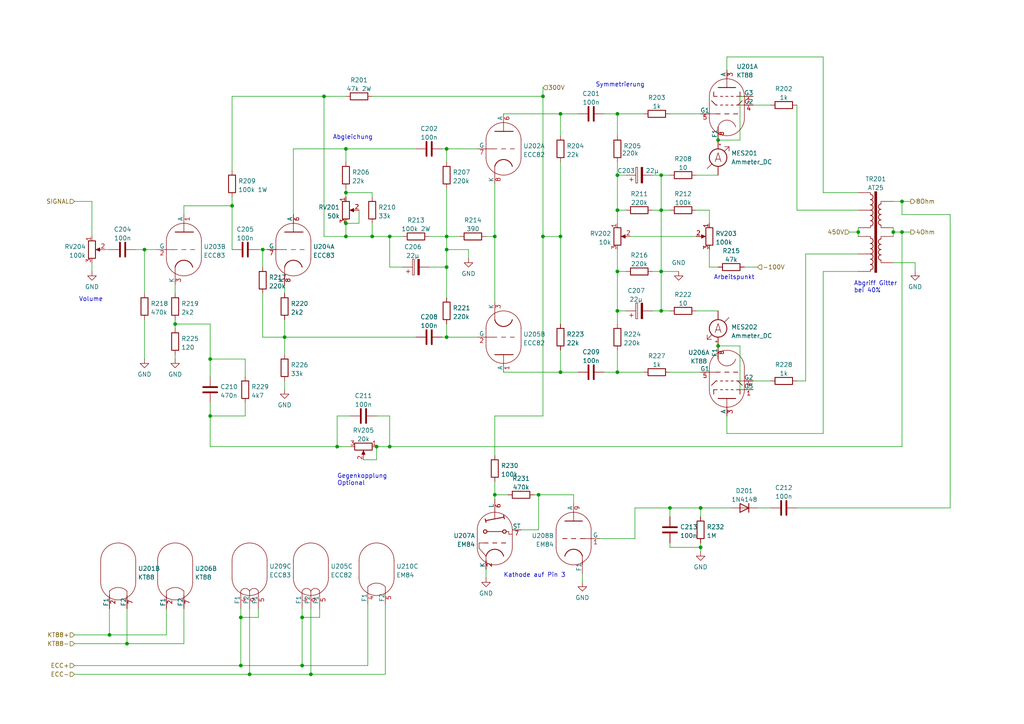
<source format=kicad_sch>
(kicad_sch (version 20230121) (generator eeschema)
  (paper "A4")
  (lib_symbols
    (symbol "Device:Ammeter_DC" (pin_numbers hide) (pin_names (offset 0.0254) hide)
      (property "Reference" "MES" (at -3.302 1.016 0))
      (property "Value" "Ammeter_DC" (at -3.302 -0.762 0))
      (symbol "Ammeter_DC_0_0"
        (polyline (pts (xy -3.175 -3.175) (xy -1.905 -1.905)))
        (polyline (pts (xy 1.905 1.905) (xy 3.175 3.175)))
        (polyline (pts (xy 1.905 3.175) (xy 3.175 3.175) (xy 3.175 1.905)))
        (text "A" (at 0 0 0) (effects (font (size 2.54 2.54))))
      )
      (symbol "Ammeter_DC_0_1"
        (polyline (pts (xy 0.254 3.81) (xy 0.762 3.81)))
        (polyline (pts (xy 0.508 4.064) (xy 0.508 3.556)))
        (circle (center 0 0) (radius 2.54) (stroke (width 0.254)))
      )
      (symbol "Ammeter_DC_1_1"
        (pin passive line (at 0 -5.08 90) (length 2.54) (name "-") (number "1"))
        (pin passive line (at 0 5.08 270) (length 2.54) (name "+") (number "2"))
      )
    )
    (symbol "Device:C" (pin_numbers hide) (pin_names (offset 0.254))
      (property "Reference" "C" (at 0.635 2.54 0))
      (property "Value" "C" (at 0.635 -2.54 0))
      (symbol "C_0_1"
        (polyline (pts (xy -2.032 -0.762) (xy 2.032 -0.762)) (stroke (width 0.508)))
        (polyline (pts (xy -2.032 0.762) (xy 2.032 0.762)) (stroke (width 0.508)))
      )
      (symbol "C_1_1"
        (pin passive line (at 0 3.81 270) (length 2.794) (name "~") (number "1"))
        (pin passive line (at 0 -3.81 90) (length 2.794) (name "~") (number "2"))
      )
    )
    (symbol "Device:C_Polarized" (pin_numbers hide) (pin_names (offset 0.254))
      (property "Reference" "C" (at 0.635 2.54 0))
      (property "Value" "C_Polarized" (at 0.635 -2.54 0))
      (symbol "C_Polarized_0_1"
        (rectangle (start -2.286 0.508) (end 2.286 1.016))
        (polyline (pts (xy -1.778 2.286) (xy -0.762 2.286)))
        (polyline (pts (xy -1.27 2.794) (xy -1.27 1.778)))
        (rectangle (start 2.286 -0.508) (end -2.286 -1.016) (fill (type outline)))
      )
      (symbol "C_Polarized_1_1"
        (pin passive line (at 0 3.81 270) (length 2.794) (name "~") (number "1"))
        (pin passive line (at 0 -3.81 90) (length 2.794) (name "~") (number "2"))
      )
    )
    (symbol "Device:D" (pin_numbers hide) (pin_names (offset 1.016) hide)
      (property "Reference" "D" (at 0 2.54 0))
      (property "Value" "D" (at 0 -2.54 0))
      (symbol "D_0_1"
        (polyline (pts (xy -1.27 1.27) (xy -1.27 -1.27)) (stroke (width 0.254)))
        (polyline (pts (xy 1.27 0) (xy -1.27 0)))
        (polyline (pts (xy 1.27 1.27) (xy 1.27 -1.27) (xy -1.27 0) (xy 1.27 1.27)) (stroke (width 0.254)))
      )
      (symbol "D_1_1"
        (pin passive line (at -3.81 0 0) (length 2.54) (name "K") (number "1"))
        (pin passive line (at 3.81 0 180) (length 2.54) (name "A") (number "2"))
      )
    )
    (symbol "Device:R" (pin_numbers hide) (pin_names (offset 0))
      (property "Reference" "R" (at 2.032 0 90))
      (property "Value" "R" (at 0 0 90))
      (symbol "R_0_1"
        (rectangle (start -1.016 -2.54) (end 1.016 2.54) (stroke (width 0.254)))
      )
      (symbol "R_1_1"
        (pin passive line (at 0 3.81 270) (length 1.27) (name "~") (number "1"))
        (pin passive line (at 0 -3.81 90) (length 1.27) (name "~") (number "2"))
      )
    )
    (symbol "Device:R_Potentiometer" (pin_names (offset 1.016) hide)
      (property "Reference" "RV" (at -4.445 0 90))
      (property "Value" "R_Potentiometer" (at -2.54 0 90))
      (symbol "R_Potentiometer_0_1"
        (polyline (pts (xy 2.54 0) (xy 1.524 0)))
        (polyline (pts (xy 1.143 0) (xy 2.286 0.508) (xy 2.286 -0.508) (xy 1.143 0)) (fill (type outline)))
        (rectangle (start 1.016 2.54) (end -1.016 -2.54) (stroke (width 0.254)))
      )
      (symbol "R_Potentiometer_1_1"
        (pin passive line (at 0 3.81 270) (length 1.27) (name "1") (number "1"))
        (pin passive line (at 3.81 0 180) (length 1.27) (name "2") (number "2"))
        (pin passive line (at 0 -3.81 90) (length 1.27) (name "3") (number "3"))
      )
    )
    (symbol "Transformer:TRANSF7" (pin_numbers hide) (pin_names (offset 0))
      (property "Reference" "TR" (at 0 13.97 0))
      (property "Value" "TRANSF7" (at 0 -11.43 0))
      (symbol "TRANSF7_0_1"
        (arc (start -1.524 -9.652) (mid -0.7653 -8.89) (end -1.524 -8.128) (stroke (width 0.2032)))
        (arc (start -1.524 -8.128) (mid -0.7653 -7.366) (end -1.524 -6.604) (stroke (width 0.2032)))
        (arc (start -1.524 -6.604) (mid -0.7653 -5.842) (end -1.524 -5.08) (stroke (width 0.2032)))
        (arc (start -1.524 -5.08) (mid -0.7653 -4.318) (end -1.524 -3.556) (stroke (width 0.2032)))
        (arc (start -1.524 -3.556) (mid -0.7653 -2.794) (end -1.524 -2.032) (stroke (width 0.2032)))
        (arc (start -1.524 -2.032) (mid -0.7653 -1.27) (end -1.524 -0.508) (stroke (width 0.2032)))
        (arc (start -1.524 3.048) (mid -0.7653 3.81) (end -1.524 4.572) (stroke (width 0.2032)))
        (arc (start -1.524 4.572) (mid -0.7653 5.334) (end -1.524 6.096) (stroke (width 0.2032)))
        (arc (start -1.524 6.096) (mid -0.7653 6.858) (end -1.524 7.62) (stroke (width 0.2032)))
        (arc (start -1.524 7.62) (mid -0.7653 8.382) (end -1.524 9.144) (stroke (width 0.2032)))
        (arc (start -1.524 9.144) (mid -0.7653 9.906) (end -1.524 10.668) (stroke (width 0.2032)))
        (arc (start -1.524 10.668) (mid -0.7653 11.43) (end -1.524 12.192) (stroke (width 0.2032)))
        (rectangle (start -0.254 12.954) (end 0.254 -10.414) (stroke (width 0.254)) (fill (type outline)))
        (polyline (pts (xy -1.524 -5.08) (xy -2.54 -5.08) (xy -2.54 -5.08)) (fill (type outline)))
        (polyline (pts (xy -1.524 7.62) (xy -2.54 7.62) (xy -2.54 7.62)) (fill (type outline)))
        (polyline (pts (xy -1.524 -9.652) (xy -1.524 -10.16) (xy -2.54 -10.16) (xy -2.54 -10.16)))
        (polyline (pts (xy -1.524 -0.508) (xy -1.524 0) (xy -2.54 0) (xy -2.54 0)))
        (polyline (pts (xy -1.524 3.048) (xy -1.524 2.54) (xy -2.54 2.54) (xy -2.54 2.54)))
        (polyline (pts (xy -1.524 12.192) (xy -1.524 12.7) (xy -2.54 12.7) (xy -2.54 12.7)))
        (polyline (pts (xy 1.524 -0.762) (xy 1.524 0) (xy 2.54 0) (xy 2.54 0)))
        (polyline (pts (xy 1.524 9.398) (xy 1.524 10.16) (xy 2.54 10.16) (xy 2.54 10.16)))
        (polyline (pts (xy 1.524 -6.858) (xy 1.524 -7.62) (xy 2.54 -7.62) (xy 2.54 -7.62) (xy 2.54 -7.62) (xy 2.54 -7.62)))
        (polyline (pts (xy 1.524 3.302) (xy 1.524 2.54) (xy 2.54 2.54) (xy 2.54 2.54) (xy 2.54 2.54) (xy 2.54 2.54)))
        (arc (start 1.524 -5.334) (mid 0.7653 -6.096) (end 1.524 -6.858) (stroke (width 0.2032)))
        (arc (start 1.524 -3.81) (mid 0.7653 -4.572) (end 1.524 -5.334) (stroke (width 0.2032)))
        (arc (start 1.524 -2.286) (mid 0.7653 -3.048) (end 1.524 -3.81) (stroke (width 0.2032)))
        (arc (start 1.524 -0.762) (mid 0.7653 -1.524) (end 1.524 -2.286) (stroke (width 0.2032)))
        (arc (start 1.524 4.826) (mid 0.7653 4.064) (end 1.524 3.302) (stroke (width 0.2032)))
        (arc (start 1.524 6.35) (mid 0.7653 5.588) (end 1.524 4.826) (stroke (width 0.2032)))
        (arc (start 1.524 7.874) (mid 0.7653 7.112) (end 1.524 6.35) (stroke (width 0.2032)))
        (arc (start 1.524 9.398) (mid 0.7653 8.636) (end 1.524 7.874) (stroke (width 0.2032)))
      )
      (symbol "TRANSF7_1_1"
        (pin passive line (at 5.08 10.16 180) (length 2.54) (name "~") (number "1"))
        (pin passive line (at -5.08 12.7 0) (length 2.54) (name "~") (number "10"))
        (pin passive line (at 5.08 2.54 180) (length 2.54) (name "~") (number "2"))
        (pin passive line (at 5.08 0 180) (length 2.54) (name "~") (number "3"))
        (pin passive line (at 5.08 -7.62 180) (length 2.54) (name "~") (number "4"))
        (pin passive line (at -5.08 -10.16 0) (length 2.54) (name "~") (number "5"))
        (pin passive line (at -5.08 -5.08 0) (length 2.54) (name "~") (number "6"))
        (pin passive line (at -5.08 0 0) (length 2.54) (name "~") (number "7"))
        (pin passive line (at -5.08 2.54 0) (length 2.54) (name "~") (number "8"))
        (pin passive line (at -5.08 7.62 0) (length 2.54) (name "~") (number "9"))
      )
    )
    (symbol "Valve:ECC83" (pin_names (offset 0))
      (property "Reference" "U" (at 3.302 7.874 0))
      (property "Value" "ECC83" (at 8.89 -7.62 0))
      (symbol "ECC83_0_1"
        (arc (start -5.08 -2.54) (mid 0 -7.5979) (end 5.08 -2.54))
        (polyline (pts (xy 5.08 2.54) (xy 5.08 -2.54)))
        (polyline (pts (xy -5.08 2.54) (xy -5.08 -2.54) (xy -5.08 -2.54)))
        (arc (start 5.08 2.54) (mid 0 7.5979) (end -5.08 2.54))
      )
      (symbol "ECC83_1_0"
        (polyline (pts (xy -2.54 -5.08) (xy -2.54 -7.62)))
        (polyline (pts (xy 0 5.08) (xy 0 7.62)))
      )
      (symbol "ECC83_1_1"
        (polyline (pts (xy -5.08 0) (xy -3.175 0)))
        (polyline (pts (xy -1.905 0) (xy -3.175 0)) (stroke (width 0.1524)))
        (polyline (pts (xy -0.635 0) (xy 0.635 0)) (stroke (width 0.1524)))
        (polyline (pts (xy 1.905 0) (xy 3.175 0)) (stroke (width 0.1524)))
        (polyline (pts (xy -2.54 5.08) (xy 2.794 5.08) (xy 2.794 5.08)) (stroke (width 0.254)))
        (arc (start 2.54 -5.08) (mid 0 -3.0968) (end -2.54 -5.08) (stroke (width 0.254)))
        (pin output line (at 0 10.16 270) (length 2.54) (name "A") (number "6"))
        (pin input line (at -7.62 0 0) (length 2.54) (name "G") (number "7"))
        (pin bidirectional line (at -2.54 -10.16 90) (length 2.54) (name "K") (number "8"))
      )
      (symbol "ECC83_2_0"
        (polyline (pts (xy -2.54 -5.08) (xy -2.54 -7.62)))
        (polyline (pts (xy 0 5.08) (xy 0 7.62)))
      )
      (symbol "ECC83_2_1"
        (polyline (pts (xy -5.08 0) (xy -3.175 0)))
        (polyline (pts (xy -1.905 0) (xy -3.175 0)) (stroke (width 0.1524)))
        (polyline (pts (xy -0.635 0) (xy 0.635 0)) (stroke (width 0.1524)))
        (polyline (pts (xy 1.905 0) (xy 3.175 0)) (stroke (width 0.1524)))
        (polyline (pts (xy -2.54 5.08) (xy 2.794 5.08) (xy 2.794 5.08)) (stroke (width 0.254)))
        (arc (start 2.54 -5.08) (mid 0 -3.0968) (end -2.54 -5.08) (stroke (width 0.254)))
        (pin output line (at 0 10.16 270) (length 2.54) (name "A") (number "1"))
        (pin input line (at -7.62 0 0) (length 2.54) (name "G") (number "2"))
        (pin bidirectional line (at -2.54 -10.16 90) (length 2.54) (name "K") (number "3"))
      )
      (symbol "ECC83_3_1"
        (arc (start 0 -6.35) (mid -1.27 -5.5651) (end -2.54 -6.35))
        (arc (start 2.54 -6.35) (mid 1.27 -5.5651) (end 0 -6.35))
        (pin power_in line (at -2.54 -11.43 90) (length 5.08) (name "F1") (number "4"))
        (pin power_in line (at 2.54 -11.43 90) (length 5.08) (name "F1") (number "5"))
        (pin power_in line (at 0 -11.43 90) (length 5.08) (name "F2") (number "9"))
      )
    )
    (symbol "Valve:EL34" (pin_names (offset 0))
      (property "Reference" "U" (at 5.08 8.89 0))
      (property "Value" "EL34" (at 6.35 -7.62 0))
      (symbol "EL34_0_1"
        (arc (start -5.08 -2.54) (mid 0 -7.5979) (end 5.08 -2.54))
        (polyline (pts (xy -5.08 3.81) (xy -5.08 -2.54) (xy -5.08 -2.54)))
        (polyline (pts (xy 5.08 3.81) (xy 5.08 -2.54) (xy 5.08 -2.54)))
        (arc (start 5.08 3.81) (mid 0 8.8679) (end -5.08 3.81))
      )
      (symbol "EL34_1_0"
        (polyline (pts (xy -2.54 -5.08) (xy -2.54 -7.62)))
      )
      (symbol "EL34_1_1"
        (polyline (pts (xy -5.08 -1.27) (xy -3.175 -1.27)))
        (polyline (pts (xy -4.445 2.54) (xy -3.175 1.27)) (stroke (width 0.2032)))
        (polyline (pts (xy -3.81 3.81) (xy -2.794 3.81)) (stroke (width 0.2032)))
        (polyline (pts (xy -3.81 5.08) (xy -3.81 3.81)) (stroke (width 0.2032)))
        (polyline (pts (xy -3.175 1.27) (xy -2.794 1.27)) (stroke (width 0.2032)))
        (polyline (pts (xy -1.905 -1.27) (xy -3.175 -1.27)) (stroke (width 0.2032)))
        (polyline (pts (xy -1.8542 1.27) (xy -1.2192 1.27)) (stroke (width 0.2032)))
        (polyline (pts (xy -1.8542 3.81) (xy -1.2192 3.81)) (stroke (width 0.2032)))
        (polyline (pts (xy -0.635 -1.27) (xy 0.635 -1.27)) (stroke (width 0.2032)))
        (polyline (pts (xy -0.3302 1.27) (xy 0.3302 1.27)) (stroke (width 0.2032)))
        (polyline (pts (xy -0.3302 3.81) (xy 0.3302 3.81)) (stroke (width 0.2032)))
        (polyline (pts (xy 0 6.35) (xy 0 8.89)))
        (polyline (pts (xy 1.2192 1.27) (xy 1.8542 1.27)) (stroke (width 0.2032)))
        (polyline (pts (xy 1.2192 3.81) (xy 1.8542 3.81)) (stroke (width 0.2032)))
        (polyline (pts (xy 1.905 -1.27) (xy 3.175 -1.27)) (stroke (width 0.2032)))
        (polyline (pts (xy 2.794 1.27) (xy 3.175 1.27)) (stroke (width 0.2032)))
        (polyline (pts (xy 3.175 1.27) (xy 5.08 1.27)))
        (polyline (pts (xy 3.81 3.81) (xy 2.794 3.81)) (stroke (width 0.2032)))
        (polyline (pts (xy 3.81 5.08) (xy 3.81 3.81)) (stroke (width 0.2032)))
        (polyline (pts (xy 3.8862 3.81) (xy 5.08 3.81)))
        (polyline (pts (xy 4.445 2.54) (xy 3.175 1.27)) (stroke (width 0.2032)))
        (polyline (pts (xy -2.54 6.35) (xy 2.54 6.35) (xy 2.54 6.35) (xy 2.54 6.35)) (stroke (width 0.254)))
        (arc (start 2.54 -5.08) (mid 0 -3.0968) (end -2.54 -5.08))
        (pin input line (at 7.62 3.81 180) (length 2.54) (name "G3") (number "1"))
        (pin output line (at 0 11.43 270) (length 2.54) (name "A") (number "3"))
        (pin input line (at 7.62 1.27 180) (length 2.54) (name "G2") (number "4"))
        (pin input line (at -7.62 -1.27 0) (length 2.54) (name "G1") (number "5"))
        (pin power_in line (at -2.54 -8.89 90) (length 3.81) (name "F1") (number "8"))
      )
      (symbol "EL34_2_1"
        (polyline (pts (xy -2.54 -6.35) (xy -2.54 -5.08) (xy -2.54 -5.08)))
        (polyline (pts (xy 2.54 -6.35) (xy 2.54 -5.08) (xy 2.54 -5.08)))
        (arc (start 2.54 -5.08) (mid 0 -4.0279) (end -2.54 -5.08))
        (pin power_in line (at -2.54 -10.16 90) (length 3.81) (name "F1") (number "2"))
        (pin power_in line (at 2.54 -10.16 90) (length 3.81) (name "F2") (number "7"))
      )
    )
    (symbol "Valve:EM84" (pin_names (offset 0))
      (property "Reference" "U" (at 3.81 7.62 0))
      (property "Value" "EM84" (at 6.35 -7.62 0))
      (symbol "EM84_0_1"
        (arc (start -5.08 -2.54) (mid 0 -7.5979) (end 5.08 -2.54))
        (polyline (pts (xy 5.08 2.54) (xy 5.08 -2.54)))
        (polyline (pts (xy -5.08 2.54) (xy -5.08 -2.54) (xy -5.08 -2.54)))
        (arc (start 5.08 2.54) (mid 0 7.5979) (end -5.08 2.54))
      )
      (symbol "EM84_1_0"
        (polyline (pts (xy -2.54 -5.08) (xy -2.54 -7.62)))
      )
      (symbol "EM84_1_1"
        (circle (center -2.794 2.032) (radius 0.508) (stroke (width 0.254)))
        (polyline (pts (xy -4.572 -2.794) (xy -2.54 -5.08)))
        (polyline (pts (xy -4.572 -1.27) (xy -4.572 -2.794)))
        (polyline (pts (xy -3.302 -1.27) (xy -4.572 -1.27)))
        (polyline (pts (xy -2.794 5.715) (xy -2.54 4.699)) (stroke (width 0.254)))
        (polyline (pts (xy -2.286 2.032) (xy 2.286 2.032)) (stroke (width 0.2032)))
        (polyline (pts (xy -1.905 -1.27) (xy -3.175 -1.27)) (stroke (width 0.2032)))
        (polyline (pts (xy -0.635 -1.27) (xy 0.635 -1.27)) (stroke (width 0.2032)))
        (polyline (pts (xy 1.905 -1.27) (xy 3.175 -1.27)) (stroke (width 0.2032)))
        (polyline (pts (xy 2.54 6.731) (xy 2.794 5.715)) (stroke (width 0.254)))
        (polyline (pts (xy 3.302 2.032) (xy 4.064 2.032)))
        (polyline (pts (xy 4.064 1.27) (xy 5.08 1.27)))
        (polyline (pts (xy 4.064 2.032) (xy 4.064 1.27)))
        (polyline (pts (xy -2.667 5.207) (xy 2.667 6.223) (xy 2.667 6.223)) (stroke (width 0.254)))
        (polyline (pts (xy 0 7.62) (xy 0 5.715) (xy 0 5.715)))
        (arc (start 2.54 -5.08) (mid 0 -3.0968) (end -2.54 -5.08) (stroke (width 0.254)))
        (circle (center 2.794 2.032) (radius 0.508) (stroke (width 0.254)))
        (pin bidirectional line (at -2.54 -8.89 90) (length 2.54) (name "K") (number "2"))
        (pin output line (at 0 11.43 270) (length 3.81) (name "L") (number "6"))
        (pin input line (at 7.62 2.54 180) (length 2.54) (name "ST") (number "7"))
      )
      (symbol "EM84_2_0"
        (polyline (pts (xy -2.54 -5.08) (xy -2.54 -7.62)))
        (polyline (pts (xy -0.635 0) (xy 0.635 0)) (stroke (width 0.2032)))
        (polyline (pts (xy 1.905 0) (xy 3.175 0)) (stroke (width 0.2032)))
      )
      (symbol "EM84_2_1"
        (polyline (pts (xy -5.08 0) (xy -3.175 0)))
        (polyline (pts (xy -1.905 0) (xy -3.175 0)) (stroke (width 0.2032)))
        (polyline (pts (xy 0 5.08) (xy 0 7.62)))
        (polyline (pts (xy 1.778 5.08) (xy 1.778 5.08)))
        (polyline (pts (xy -2.54 5.08) (xy 2.54 5.08) (xy 2.54 5.08)) (stroke (width 0.254)))
        (arc (start 2.54 -5.08) (mid 0 -3.0968) (end -2.54 -5.08) (stroke (width 0.254)))
        (pin input line (at -7.62 0 0) (length 2.54) (name "G") (number "1"))
        (pin output line (at 0 10.16 270) (length 2.54) (name "A") (number "9"))
        (pin power_in line (at -2.54 -10.16 90) (length 3.81) (name "F1") (number "~"))
      )
      (symbol "EM84_3_1"
        (polyline (pts (xy -2.54 -5.08) (xy -2.54 -6.35) (xy -2.54 -6.35)))
        (polyline (pts (xy 2.54 -5.08) (xy 2.54 -6.35) (xy 2.54 -6.35)))
        (arc (start 2.54 -5.08) (mid 0 -4.0279) (end -2.54 -5.08))
        (pin power_in line (at -2.54 -10.16 90) (length 3.81) (name "F1") (number "4"))
        (pin power_in line (at 2.54 -10.16 90) (length 3.81) (name "F2") (number "5"))
      )
    )
    (symbol "power:GND" (power) (pin_names (offset 0))
      (property "Value" "GND" (at 0 -3.81 0))
      (symbol "GND_0_1"
        (polyline (pts (xy 0 0) (xy 0 -1.27) (xy 1.27 -1.27) (xy 0 -2.54) (xy -1.27 -1.27) (xy 0 -1.27)))
      )
      (symbol "GND_1_1"
        (pin power_in line (at 0 0 270) (length 0) hide (name "GND") (number "1"))
      )
    )
  )
  (junction (at 191.77 50.8))
  (junction (at 179.07 50.8))
  (junction (at 191.77 90.17))
  (junction (at 157.48 27.94))
  (junction (at 162.56 68.58))
  (junction (at 41.91 72.39))
  (junction (at 261.62 58.42))
  (junction (at 208.28 40.64))
  (junction (at 90.17 195.58))
  (junction (at 179.07 107.95))
  (junction (at 248.92 67.31))
  (junction (at 36.83 186.69))
  (junction (at 259.08 67.31))
  (junction (at 72.39 195.58))
  (junction (at 129.54 68.58))
  (junction (at 129.54 43.18))
  (junction (at 179.07 90.17))
  (junction (at 143.51 68.58))
  (junction (at 157.48 68.58))
  (junction (at 156.21 143.51))
  (junction (at 82.55 97.79))
  (junction (at 129.54 77.47))
  (junction (at 69.85 179.07))
  (junction (at 179.07 78.74))
  (junction (at 143.51 143.51))
  (junction (at 76.2 72.39))
  (junction (at 60.96 104.14))
  (junction (at 129.54 72.39))
  (junction (at 87.63 179.07))
  (junction (at 109.22 129.54))
  (junction (at 203.2 147.32))
  (junction (at 179.07 60.96))
  (junction (at 69.85 193.04))
  (junction (at 203.2 158.75))
  (junction (at 50.8 93.98))
  (junction (at 93.98 27.94))
  (junction (at 67.31 59.69))
  (junction (at 194.31 147.32))
  (junction (at 179.07 33.02))
  (junction (at 87.63 193.04))
  (junction (at 191.77 60.96))
  (junction (at 208.28 100.33))
  (junction (at 261.62 67.31))
  (junction (at 129.54 97.79))
  (junction (at 31.75 184.15))
  (junction (at 113.03 129.54))
  (junction (at 100.33 64.77))
  (junction (at 107.95 68.58))
  (junction (at 100.33 43.18))
  (junction (at 162.56 107.95))
  (junction (at 162.56 33.02))
  (junction (at 100.33 55.88))
  (junction (at 60.96 120.65))
  (junction (at 113.03 68.58))
  (junction (at 191.77 78.74))
  (junction (at 97.79 129.54))
  (junction (at 100.33 68.58))
  (wire (pts (xy 203.2 147.32) (xy 212.09 147.32)))
  (wire (pts (xy 181.61 60.96) (xy 179.07 60.96)))
  (wire (pts (xy 214.63 113.03) (xy 214.63 100.33)))
  (wire (pts (xy 238.76 125.73) (xy 238.76 78.74)))
  (wire (pts (xy 104.14 64.77) (xy 100.33 64.77)))
  (wire (pts (xy 113.03 129.54) (xy 109.22 129.54)))
  (wire (pts (xy 143.51 143.51) (xy 143.51 144.78)))
  (wire (pts (xy 53.34 62.23) (xy 53.34 59.69)))
  (wire (pts (xy 50.8 92.71) (xy 50.8 93.98)))
  (wire (pts (xy 259.08 58.42) (xy 261.62 58.42)))
  (wire (pts (xy 109.22 120.65) (xy 113.03 120.65)))
  (wire (pts (xy 162.56 107.95) (xy 167.64 107.95)))
  (wire (pts (xy 231.14 60.96) (xy 248.92 60.96)))
  (wire (pts (xy 135.89 74.93) (xy 135.89 72.39)))
  (wire (pts (xy 203.2 157.48) (xy 203.2 158.75)))
  (wire (pts (xy 189.23 90.17) (xy 191.77 90.17)))
  (wire (pts (xy 259.08 67.31) (xy 259.08 68.58)))
  (wire (pts (xy 201.93 60.96) (xy 205.74 60.96)))
  (wire (pts (xy 129.54 72.39) (xy 129.54 77.47)))
  (wire (pts (xy 106.68 193.04) (xy 87.63 193.04)))
  (wire (pts (xy 97.79 129.54) (xy 101.6 129.54)))
  (wire (pts (xy 107.95 27.94) (xy 157.48 27.94)))
  (wire (pts (xy 97.79 120.65) (xy 97.79 129.54)))
  (wire (pts (xy 151.13 153.67) (xy 156.21 153.67)))
  (wire (pts (xy 82.55 97.79) (xy 120.65 97.79)))
  (wire (pts (xy 233.68 110.49) (xy 233.68 73.66)))
  (wire (pts (xy 143.51 53.34) (xy 143.51 68.58)))
  (wire (pts (xy 214.63 40.64) (xy 208.28 40.64)))
  (wire (pts (xy 231.14 30.48) (xy 231.14 60.96)))
  (wire (pts (xy 124.46 68.58) (xy 129.54 68.58)))
  (wire (pts (xy 189.23 60.96) (xy 191.77 60.96)))
  (wire (pts (xy 261.62 62.23) (xy 261.62 58.42)))
  (wire (pts (xy 100.33 54.61) (xy 100.33 55.88)))
  (wire (pts (xy 50.8 82.55) (xy 50.8 85.09)))
  (wire (pts (xy 261.62 129.54) (xy 261.62 67.31)))
  (wire (pts (xy 69.85 193.04) (xy 69.85 179.07)))
  (wire (pts (xy 162.56 46.99) (xy 162.56 68.58)))
  (wire (pts (xy 82.55 97.79) (xy 82.55 102.87)))
  (wire (pts (xy 162.56 107.95) (xy 162.56 101.6)))
  (wire (pts (xy 210.82 16.51) (xy 238.76 16.51)))
  (wire (pts (xy 109.22 133.35) (xy 109.22 129.54)))
  (wire (pts (xy 39.37 72.39) (xy 41.91 72.39)))
  (wire (pts (xy 194.31 147.32) (xy 203.2 147.32)))
  (wire (pts (xy 26.67 58.42) (xy 26.67 68.58)))
  (wire (pts (xy 179.07 50.8) (xy 179.07 60.96)))
  (wire (pts (xy 113.03 68.58) (xy 107.95 68.58)))
  (wire (pts (xy 140.97 68.58) (xy 143.51 68.58)))
  (wire (pts (xy 218.44 110.49) (xy 223.52 110.49)))
  (wire (pts (xy 41.91 72.39) (xy 45.72 72.39)))
  (wire (pts (xy 194.31 149.86) (xy 194.31 147.32)))
  (wire (pts (xy 205.74 60.96) (xy 205.74 64.77)))
  (wire (pts (xy 261.62 58.42) (xy 264.16 58.42)))
  (wire (pts (xy 107.95 57.15) (xy 107.95 55.88)))
  (wire (pts (xy 191.77 50.8) (xy 194.31 50.8)))
  (wire (pts (xy 87.63 193.04) (xy 87.63 179.07)))
  (wire (pts (xy 194.31 107.95) (xy 203.2 107.95)))
  (wire (pts (xy 129.54 72.39) (xy 135.89 72.39)))
  (wire (pts (xy 36.83 186.69) (xy 36.83 176.53)))
  (wire (pts (xy 157.48 27.94) (xy 157.48 68.58)))
  (wire (pts (xy 157.48 25.4) (xy 157.48 27.94)))
  (wire (pts (xy 129.54 54.61) (xy 129.54 68.58)))
  (wire (pts (xy 41.91 72.39) (xy 41.91 85.09)))
  (wire (pts (xy 116.84 77.47) (xy 113.03 77.47)))
  (wire (pts (xy 69.85 193.04) (xy 87.63 193.04)))
  (wire (pts (xy 129.54 97.79) (xy 138.43 97.79)))
  (wire (pts (xy 179.07 101.6) (xy 179.07 107.95)))
  (wire (pts (xy 233.68 73.66) (xy 248.92 73.66)))
  (wire (pts (xy 71.12 120.65) (xy 60.96 120.65)))
  (wire (pts (xy 111.76 175.26) (xy 111.76 195.58)))
  (wire (pts (xy 71.12 104.14) (xy 60.96 104.14)))
  (wire (pts (xy 50.8 102.87) (xy 50.8 104.14)))
  (wire (pts (xy 143.51 132.08) (xy 143.51 120.65)))
  (wire (pts (xy 67.31 57.15) (xy 67.31 59.69)))
  (wire (pts (xy 71.12 109.22) (xy 71.12 104.14)))
  (wire (pts (xy 259.08 76.2) (xy 265.43 76.2)))
  (wire (pts (xy 210.82 20.32) (xy 210.82 16.51)))
  (wire (pts (xy 120.65 43.18) (xy 100.33 43.18)))
  (wire (pts (xy 201.93 50.8) (xy 208.28 50.8)))
  (wire (pts (xy 191.77 90.17) (xy 194.31 90.17)))
  (wire (pts (xy 31.75 184.15) (xy 48.26 184.15)))
  (wire (pts (xy 76.2 97.79) (xy 82.55 97.79)))
  (wire (pts (xy 104.14 60.96) (xy 104.14 64.77)))
  (wire (pts (xy 210.82 120.65) (xy 210.82 125.73)))
  (wire (pts (xy 60.96 116.84) (xy 60.96 120.65)))
  (wire (pts (xy 129.54 93.98) (xy 129.54 97.79)))
  (wire (pts (xy 219.71 147.32) (xy 223.52 147.32)))
  (wire (pts (xy 76.2 72.39) (xy 77.47 72.39)))
  (wire (pts (xy 214.63 100.33) (xy 208.28 100.33)))
  (wire (pts (xy 218.44 30.48) (xy 223.52 30.48)))
  (wire (pts (xy 100.33 68.58) (xy 100.33 64.77)))
  (wire (pts (xy 128.27 97.79) (xy 129.54 97.79)))
  (wire (pts (xy 154.94 143.51) (xy 156.21 143.51)))
  (wire (pts (xy 168.91 166.37) (xy 168.91 168.91)))
  (wire (pts (xy 179.07 90.17) (xy 181.61 90.17)))
  (wire (pts (xy 182.88 68.58) (xy 201.93 68.58)))
  (wire (pts (xy 60.96 129.54) (xy 97.79 129.54)))
  (wire (pts (xy 113.03 120.65) (xy 113.03 129.54)))
  (wire (pts (xy 100.33 43.18) (xy 100.33 46.99)))
  (wire (pts (xy 129.54 43.18) (xy 129.54 46.99)))
  (wire (pts (xy 111.76 195.58) (xy 90.17 195.58)))
  (wire (pts (xy 173.99 156.21) (xy 184.15 156.21)))
  (wire (pts (xy 179.07 60.96) (xy 179.07 64.77)))
  (wire (pts (xy 21.59 186.69) (xy 36.83 186.69)))
  (wire (pts (xy 179.07 107.95) (xy 175.26 107.95)))
  (wire (pts (xy 162.56 33.02) (xy 167.64 33.02)))
  (wire (pts (xy 201.93 90.17) (xy 208.28 90.17)))
  (wire (pts (xy 74.93 72.39) (xy 76.2 72.39)))
  (wire (pts (xy 36.83 186.69) (xy 53.34 186.69)))
  (wire (pts (xy 184.15 147.32) (xy 194.31 147.32)))
  (wire (pts (xy 259.08 67.31) (xy 261.62 67.31)))
  (wire (pts (xy 218.44 27.94) (xy 214.63 27.94)))
  (wire (pts (xy 128.27 43.18) (xy 129.54 43.18)))
  (wire (pts (xy 100.33 68.58) (xy 107.95 68.58)))
  (wire (pts (xy 194.31 157.48) (xy 194.31 158.75)))
  (wire (pts (xy 82.55 92.71) (xy 82.55 97.79)))
  (wire (pts (xy 179.07 107.95) (xy 186.69 107.95)))
  (wire (pts (xy 100.33 43.18) (xy 85.09 43.18)))
  (wire (pts (xy 72.39 195.58) (xy 72.39 176.53)))
  (wire (pts (xy 191.77 50.8) (xy 191.77 60.96)))
  (wire (pts (xy 214.63 27.94) (xy 214.63 40.64)))
  (wire (pts (xy 105.41 133.35) (xy 109.22 133.35)))
  (wire (pts (xy 179.07 33.02) (xy 186.69 33.02)))
  (wire (pts (xy 194.31 158.75) (xy 203.2 158.75)))
  (wire (pts (xy 60.96 109.22) (xy 60.96 104.14)))
  (wire (pts (xy 162.56 39.37) (xy 162.56 33.02)))
  (wire (pts (xy 67.31 27.94) (xy 67.31 49.53)))
  (wire (pts (xy 53.34 186.69) (xy 53.34 176.53)))
  (wire (pts (xy 72.39 195.58) (xy 90.17 195.58)))
  (wire (pts (xy 76.2 85.09) (xy 76.2 97.79)))
  (wire (pts (xy 87.63 179.07) (xy 87.63 176.53)))
  (wire (pts (xy 143.51 68.58) (xy 143.51 87.63)))
  (wire (pts (xy 179.07 78.74) (xy 181.61 78.74)))
  (wire (pts (xy 191.77 50.8) (xy 189.23 50.8)))
  (wire (pts (xy 203.2 149.86) (xy 203.2 147.32)))
  (wire (pts (xy 21.59 195.58) (xy 72.39 195.58)))
  (wire (pts (xy 162.56 68.58) (xy 162.56 93.98)))
  (wire (pts (xy 215.9 77.47) (xy 219.71 77.47)))
  (wire (pts (xy 129.54 68.58) (xy 133.35 68.58)))
  (wire (pts (xy 71.12 116.84) (xy 71.12 120.65)))
  (wire (pts (xy 275.59 62.23) (xy 261.62 62.23)))
  (wire (pts (xy 156.21 153.67) (xy 156.21 143.51)))
  (wire (pts (xy 21.59 184.15) (xy 31.75 184.15)))
  (wire (pts (xy 143.51 139.7) (xy 143.51 143.51)))
  (wire (pts (xy 205.74 77.47) (xy 208.28 77.47)))
  (wire (pts (xy 106.68 175.26) (xy 106.68 193.04)))
  (wire (pts (xy 41.91 92.71) (xy 41.91 104.14)))
  (wire (pts (xy 146.05 107.95) (xy 162.56 107.95)))
  (wire (pts (xy 162.56 33.02) (xy 146.05 33.02)))
  (wire (pts (xy 218.44 113.03) (xy 214.63 113.03)))
  (wire (pts (xy 129.54 77.47) (xy 129.54 86.36)))
  (wire (pts (xy 53.34 59.69) (xy 67.31 59.69)))
  (wire (pts (xy 238.76 16.51) (xy 238.76 55.88)))
  (wire (pts (xy 143.51 120.65) (xy 157.48 120.65)))
  (wire (pts (xy 60.96 104.14) (xy 60.96 93.98)))
  (wire (pts (xy 194.31 33.02) (xy 203.2 33.02)))
  (wire (pts (xy 231.14 110.49) (xy 233.68 110.49)))
  (wire (pts (xy 82.55 82.55) (xy 82.55 85.09)))
  (wire (pts (xy 140.97 165.1) (xy 140.97 167.64)))
  (wire (pts (xy 191.77 60.96) (xy 194.31 60.96)))
  (wire (pts (xy 156.21 143.51) (xy 166.37 143.51)))
  (wire (pts (xy 67.31 27.94) (xy 93.98 27.94)))
  (wire (pts (xy 100.33 55.88) (xy 100.33 57.15)))
  (wire (pts (xy 60.96 120.65) (xy 60.96 129.54)))
  (wire (pts (xy 246.38 67.31) (xy 248.92 67.31)))
  (wire (pts (xy 191.77 78.74) (xy 191.77 60.96)))
  (wire (pts (xy 191.77 78.74) (xy 196.85 78.74)))
  (wire (pts (xy 87.63 179.07) (xy 92.71 179.07)))
  (wire (pts (xy 261.62 67.31) (xy 264.16 67.31)))
  (wire (pts (xy 107.95 68.58) (xy 107.95 64.77)))
  (wire (pts (xy 90.17 195.58) (xy 90.17 176.53)))
  (wire (pts (xy 143.51 143.51) (xy 147.32 143.51)))
  (wire (pts (xy 265.43 76.2) (xy 265.43 78.74)))
  (wire (pts (xy 179.07 50.8) (xy 181.61 50.8)))
  (wire (pts (xy 85.09 43.18) (xy 85.09 62.23)))
  (wire (pts (xy 31.75 184.15) (xy 31.75 176.53)))
  (wire (pts (xy 93.98 68.58) (xy 100.33 68.58)))
  (wire (pts (xy 116.84 68.58) (xy 113.03 68.58)))
  (wire (pts (xy 248.92 67.31) (xy 248.92 68.58)))
  (wire (pts (xy 113.03 129.54) (xy 261.62 129.54)))
  (wire (pts (xy 157.48 68.58) (xy 162.56 68.58)))
  (wire (pts (xy 30.48 72.39) (xy 31.75 72.39)))
  (wire (pts (xy 166.37 143.51) (xy 166.37 146.05)))
  (wire (pts (xy 275.59 147.32) (xy 275.59 62.23)))
  (wire (pts (xy 74.93 179.07) (xy 69.85 179.07)))
  (wire (pts (xy 50.8 93.98) (xy 50.8 95.25)))
  (wire (pts (xy 248.92 66.04) (xy 248.92 67.31)))
  (wire (pts (xy 67.31 59.69) (xy 67.31 72.39)))
  (wire (pts (xy 21.59 193.04) (xy 69.85 193.04)))
  (wire (pts (xy 179.07 90.17) (xy 179.07 93.98)))
  (wire (pts (xy 238.76 55.88) (xy 248.92 55.88)))
  (wire (pts (xy 69.85 179.07) (xy 69.85 176.53)))
  (wire (pts (xy 210.82 125.73) (xy 238.76 125.73)))
  (wire (pts (xy 76.2 72.39) (xy 76.2 77.47)))
  (wire (pts (xy 179.07 78.74) (xy 179.07 90.17)))
  (wire (pts (xy 179.07 72.39) (xy 179.07 78.74)))
  (wire (pts (xy 189.23 78.74) (xy 191.77 78.74)))
  (wire (pts (xy 259.08 66.04) (xy 259.08 67.31)))
  (wire (pts (xy 179.07 39.37) (xy 179.07 33.02)))
  (wire (pts (xy 82.55 110.49) (xy 82.55 113.03)))
  (wire (pts (xy 26.67 76.2) (xy 26.67 78.74)))
  (wire (pts (xy 157.48 120.65) (xy 157.48 68.58)))
  (wire (pts (xy 191.77 78.74) (xy 191.77 90.17)))
  (wire (pts (xy 179.07 33.02) (xy 175.26 33.02)))
  (wire (pts (xy 231.14 147.32) (xy 275.59 147.32)))
  (wire (pts (xy 21.59 58.42) (xy 26.67 58.42)))
  (wire (pts (xy 93.98 27.94) (xy 100.33 27.94)))
  (wire (pts (xy 93.98 27.94) (xy 93.98 68.58)))
  (wire (pts (xy 92.71 179.07) (xy 92.71 176.53)))
  (wire (pts (xy 48.26 184.15) (xy 48.26 176.53)))
  (wire (pts (xy 50.8 93.98) (xy 60.96 93.98)))
  (wire (pts (xy 184.15 156.21) (xy 184.15 147.32)))
  (wire (pts (xy 124.46 77.47) (xy 129.54 77.47)))
  (wire (pts (xy 129.54 43.18) (xy 138.43 43.18)))
  (wire (pts (xy 113.03 68.58) (xy 113.03 77.47)))
  (wire (pts (xy 74.93 176.53) (xy 74.93 179.07)))
  (wire (pts (xy 129.54 68.58) (xy 129.54 72.39)))
  (wire (pts (xy 203.2 158.75) (xy 203.2 160.02)))
  (wire (pts (xy 205.74 72.39) (xy 205.74 77.47)))
  (wire (pts (xy 101.6 120.65) (xy 97.79 120.65)))
  (wire (pts (xy 179.07 46.99) (xy 179.07 50.8)))
  (wire (pts (xy 238.76 78.74) (xy 248.92 78.74)))
  (wire (pts (xy 100.33 55.88) (xy 107.95 55.88)))
  (text "Gegenkopplung\nOptional" (at 97.79 140.97 0) (effects (font (size 1.27 1.27)) (justify left bottom)))
  (text "Abgleichung" (at 96.52 40.64 0) (effects (font (size 1.27 1.27)) (justify left bottom)))
  (text "Volume" (at 22.86 87.63 0) (effects (font (size 1.27 1.27)) (justify left bottom)))
  (text "Kathode auf Pin 3" (at 146.05 167.64 0) (effects (font (size 1.27 1.27)) (justify left bottom)))
  (text "Abgriff Gitter\nbei 40%" (at 247.65 85.09 0) (effects (font (size 1.27 1.27)) (justify left bottom)))
  (text "Symmetrierung" (at 172.72 25.4 0) (effects (font (size 1.27 1.27)) (justify left bottom)))
  (text "Arbeitspunkt" (at 207.01 81.28 0) (effects (font (size 1.27 1.27)) (justify left bottom)))
  (hierarchical_label "8Ohm" (shape output) (at 264.16 58.42 0))
  (hierarchical_label "ECC+" (shape input) (at 21.59 193.04 180))
  (hierarchical_label "KT88+" (shape input) (at 21.59 184.15 180))
  (hierarchical_label "300V" (shape input) (at 157.48 25.4 0))
  (hierarchical_label "450V" (shape input) (at 246.38 67.31 180))
  (hierarchical_label "4Ohm" (shape output) (at 264.16 67.31 0))
  (hierarchical_label "SIGNAL" (shape input) (at 21.59 58.42 180))
  (hierarchical_label "-100V" (shape input) (at 219.71 77.47 0))
  (hierarchical_label "ECC-" (shape input) (at 21.59 195.58 180))
  (hierarchical_label "KT88-" (shape input) (at 21.59 186.69 180))
  (symbol (lib_id "power:GND") (at 265.43 78.74 0) (unit 1)
    (property "Reference" "#PWR0204" (effects hide))
    (property "Value" "GND" (at 265.43 83.1834 0))
    (instances (project "verstaerker" (path "" (reference "#PWR0204") (unit 1)) (path "" (reference "#PWR0304") (unit 1))))
  )
  (symbol (lib_id "Device:R") (at 190.5 107.95 90) (unit 1)
    (property "Reference" "R227" (at 190.5 103.2342 90))
    (property "Value" "1k" (at 190.5 105.7711 90))
    (instances (project "verstaerker" (path "" (reference "R227") (unit 1)) (path "" (reference "R327") (unit 1))))
  )
  (symbol (lib_id "Device:R") (at 143.51 135.89 180) (unit 1)
    (property "Reference" "R230" (at 145.288 135.0553 0) (effects (justify right)))
    (property "Value" "100k" (at 145.288 137.5922 0) (effects (justify right)))
    (instances (project "verstaerker" (path "" (reference "R230") (unit 1)) (path "" (reference "R330") (unit 1))))
  )
  (symbol (lib_id "power:GND") (at 41.91 104.14 0) (unit 1)
    (property "Reference" "#PWR0205" (effects hide))
    (property "Value" "GND" (at 41.91 108.5834 0))
    (instances (project "verstaerker" (path "" (reference "#PWR0205") (unit 1)) (path "" (reference "#PWR0305") (unit 1))))
  )
  (symbol (lib_id "Valve:ECC83") (at 53.34 72.39 0) (unit 2)
    (property "Reference" "U203" (at 59.055 71.5553 0) (effects (justify left)))
    (property "Value" "ECC83" (at 59.055 74.0922 0) (effects (justify left)))
    (property "Footprint" "Valve:Valve_Noval_P" (effects hide))
    (property "Datasheet" "http://www.r-type.org/pdfs/ecc83.pdf" (effects hide))
    (instances (project "verstaerker" (path "" (reference "U203") (unit 2)) (path "" (reference "U209") (unit 2))))
  )
  (symbol (lib_id "Device:Ammeter_DC") (at 208.28 45.72 0) (unit 1)
    (property "Reference" "MES201" (at 212.09 44.4408 0) (effects (justify left)))
    (property "Value" "Ammeter_DC" (at 212.09 46.9777 0) (effects (justify left)))
    (instances (project "verstaerker" (path "" (reference "MES201") (unit 1)) (path "" (reference "MES301") (unit 1))))
  )
  (symbol (lib_id "Device:R") (at 179.07 97.79 0) (unit 1)
    (property "Reference" "R224" (at 180.848 96.9553 0) (effects (justify left)))
    (property "Value" "220k" (at 180.848 99.4922 0) (effects (justify left)))
    (instances (project "verstaerker" (path "" (reference "R224") (unit 1)) (path "" (reference "R324") (unit 1))))
  )
  (symbol (lib_id "Device:R") (at 100.33 50.8 0) (unit 1)
    (property "Reference" "R206" (at 102.108 49.9653 0) (effects (justify left)))
    (property "Value" "22k" (at 102.108 52.5022 0) (effects (justify left)))
    (instances (project "verstaerker" (path "" (reference "R206") (unit 1)) (path "" (reference "R306") (unit 1))))
  )
  (symbol (lib_id "power:GND") (at 196.85 78.74 0) (unit 1)
    (property "Reference" "#PWR0203" (effects hide))
    (property "Value" "GND" (at 196.85 76.2 0))
    (instances (project "verstaerker" (path "" (reference "#PWR0203") (unit 1)) (path "" (reference "#PWR0303") (unit 1))))
  )
  (symbol (lib_id "Device:R") (at 76.2 81.28 0) (unit 1)
    (property "Reference" "R217" (at 77.978 80.4453 0) (effects (justify left)))
    (property "Value" "220k" (at 77.978 82.9822 0) (effects (justify left)))
    (instances (project "verstaerker" (path "" (reference "R217") (unit 1)) (path "" (reference "R317") (unit 1))))
  )
  (symbol (lib_id "Device:R_Potentiometer") (at 205.74 68.58 0) (mirror y) (unit 1)
    (property "Reference" "RV203" (at 207.518 67.7453 0) (effects (justify right)))
    (property "Value" "100k" (at 207.518 70.2822 0) (effects (justify right)))
    (instances (project "verstaerker" (path "" (reference "RV203") (unit 1)) (path "" (reference "RV303") (unit 1))))
  )
  (symbol (lib_id "Device:R") (at 162.56 97.79 0) (unit 1)
    (property "Reference" "R223" (at 164.338 96.9553 0) (effects (justify left)))
    (property "Value" "22k" (at 164.338 99.4922 0) (effects (justify left)))
    (instances (project "verstaerker" (path "" (reference "R223") (unit 1)) (path "" (reference "R323") (unit 1))))
  )
  (symbol (lib_id "Device:R") (at 179.07 43.18 0) (unit 1)
    (property "Reference" "R205" (at 180.848 42.3453 0) (effects (justify left)))
    (property "Value" "220k" (at 180.34 44.45 0) (effects (justify left)))
    (instances (project "verstaerker" (path "" (reference "R205") (unit 1)) (path "" (reference "R305") (unit 1))))
  )
  (symbol (lib_id "Device:R") (at 129.54 90.17 0) (unit 1)
    (property "Reference" "R221" (at 131.318 89.3353 0) (effects (justify left)))
    (property "Value" "220k" (at 131.318 91.8722 0) (effects (justify left)))
    (instances (project "verstaerker" (path "" (reference "R221") (unit 1)) (path "" (reference "R321") (unit 1))))
  )
  (symbol (lib_id "Device:C_Polarized") (at 185.42 90.17 90) (unit 1)
    (property "Reference" "C207" (at 184.531 84.3112 90))
    (property "Value" "22µ" (at 184.531 86.8481 90))
    (instances (project "verstaerker" (path "" (reference "C207") (unit 1)) (path "" (reference "C307") (unit 1))))
  )
  (symbol (lib_id "Device:Ammeter_DC") (at 208.28 95.25 180) (unit 1)
    (property "Reference" "MES202" (at 212.09 94.8598 0) (effects (justify right)))
    (property "Value" "Ammeter_DC" (at 212.09 97.3967 0) (effects (justify right)))
    (instances (project "verstaerker" (path "" (reference "MES202") (unit 1)) (path "" (reference "MES302") (unit 1))))
  )
  (symbol (lib_id "Valve:ECC83") (at 146.05 43.18 0) (unit 1)
    (property "Reference" "U202" (at 151.765 42.3453 0) (effects (justify left)))
    (property "Value" "ECC82" (at 151.765 44.8822 0) (effects (justify left)))
    (property "Footprint" "Valve:Valve_Noval_P" (effects hide))
    (property "Datasheet" "http://www.r-type.org/pdfs/ecc83.pdf" (effects hide))
    (instances (project "verstaerker" (path "" (reference "U202") (unit 1)) (path "" (reference "U205") (unit 1))))
  )
  (symbol (lib_id "Valve:ECC83") (at 72.39 165.1 0) (unit 3)
    (property "Reference" "U209" (at 78.105 164.2653 0) (effects (justify left)))
    (property "Value" "ECC83" (at 78.105 166.8022 0) (effects (justify left)))
    (property "Footprint" "Valve:Valve_Noval_P" (effects hide))
    (property "Datasheet" "http://www.r-type.org/pdfs/ecc83.pdf" (effects hide))
  )
  (symbol (lib_id "Device:R") (at 198.12 50.8 90) (unit 1)
    (property "Reference" "R208" (at 198.12 46.0842 90))
    (property "Value" "10" (at 198.12 48.6211 90))
    (instances (project "verstaerker" (path "" (reference "R208") (unit 1)) (path "" (reference "R308") (unit 1))))
  )
  (symbol (lib_id "Valve:ECC83") (at 90.17 165.1 0) (unit 3)
    (property "Reference" "U205" (at 95.885 164.2653 0) (effects (justify left)))
    (property "Value" "ECC82" (at 95.885 166.8022 0) (effects (justify left)))
    (property "Footprint" "Valve:Valve_Noval_P" (effects hide))
    (property "Datasheet" "http://www.r-type.org/pdfs/ecc83.pdf" (effects hide))
    (instances (project "verstaerker" (path "" (reference "U205") (unit 3)) (path "" (reference "U302") (unit 3))))
  )
  (symbol (lib_id "Valve:EL34") (at 210.82 109.22 0) (mirror x) (unit 1)
    (property "Reference" "U206" (at 202.6973 102.2435 0))
    (property "Value" "KT88" (at 202.6973 104.7804 0))
    (property "Footprint" "Valve:Valve_Octal" (effects hide))
    (property "Datasheet" "http://www.r-type.org/pdfs/el34.pdf" (effects hide))
    (instances (project "verstaerker" (path "" (reference "U206") (unit 1)) (path "" (reference "U301") (unit 1))))
  )
  (symbol (lib_id "Device:R") (at 120.65 68.58 90) (unit 1)
    (property "Reference" "R213" (at 120.65 63.8642 90))
    (property "Value" "100k 2W" (at 120.65 66.4011 90))
    (instances (project "verstaerker" (path "" (reference "R213") (unit 1)) (path "" (reference "R313") (unit 1))))
  )
  (symbol (lib_id "Valve:ECC83") (at 85.09 72.39 0) (unit 1)
    (property "Reference" "U204" (at 90.805 71.5553 0) (effects (justify left)))
    (property "Value" "ECC83" (at 90.805 74.0922 0) (effects (justify left)))
    (property "Footprint" "Valve:Valve_Noval_P" (effects hide))
    (property "Datasheet" "http://www.r-type.org/pdfs/ecc83.pdf" (effects hide))
    (instances (project "verstaerker" (path "" (reference "U204") (unit 1)) (path "" (reference "U209") (unit 1))))
  )
  (symbol (lib_id "Device:C") (at 60.96 113.03 180) (unit 1)
    (property "Reference" "C210" (at 63.881 112.1953 0) (effects (justify right)))
    (property "Value" "470n" (at 63.881 114.7322 0) (effects (justify right)))
    (instances (project "verstaerker" (path "" (reference "C210") (unit 1)) (path "" (reference "C310") (unit 1))))
  )
  (symbol (lib_id "Device:R_Potentiometer") (at 179.07 68.58 0) (unit 1)
    (property "Reference" "RV202" (at 177.2921 67.7453 0) (effects (justify right)))
    (property "Value" "10k" (at 177.2921 70.2822 0) (effects (justify right)))
    (instances (project "verstaerker" (path "" (reference "RV202") (unit 1)) (path "" (reference "RV302") (unit 1))))
  )
  (symbol (lib_id "power:GND") (at 140.97 167.64 0) (unit 1)
    (property "Reference" "#PWR0209" (effects hide))
    (property "Value" "GND" (at 140.97 172.0834 0))
    (instances (project "verstaerker" (path "" (reference "#PWR0209") (unit 1)) (path "" (reference "#PWR0309") (unit 1))))
  )
  (symbol (lib_id "Device:R_Potentiometer") (at 105.41 129.54 270) (unit 1)
    (property "Reference" "RV205" (at 105.41 124.8242 90))
    (property "Value" "20k" (at 105.41 127.3611 90))
    (instances (project "verstaerker" (path "" (reference "RV205") (unit 1)) (path "" (reference "RV305") (unit 1))))
  )
  (symbol (lib_id "Device:R_Potentiometer") (at 100.33 60.96 0) (unit 1)
    (property "Reference" "RV201" (at 98.5521 60.1253 0) (effects (justify right)))
    (property "Value" "50k" (at 98.5521 62.6622 0) (effects (justify right)))
    (instances (project "verstaerker" (path "" (reference "RV201") (unit 1)) (path "" (reference "RV301") (unit 1))))
  )
  (symbol (lib_id "Device:R") (at 129.54 50.8 0) (unit 1)
    (property "Reference" "R207" (at 131.318 49.9653 0) (effects (justify left)))
    (property "Value" "220k" (at 131.318 52.5022 0) (effects (justify left)))
    (instances (project "verstaerker" (path "" (reference "R207") (unit 1)) (path "" (reference "R307") (unit 1))))
  )
  (symbol (lib_id "Valve:EL34") (at 34.29 166.37 0) (unit 2)
    (property "Reference" "U201" (at 40.005 164.9003 0) (effects (justify left)))
    (property "Value" "KT88" (at 40.005 167.4372 0) (effects (justify left)))
    (property "Footprint" "Valve:Valve_Octal" (effects hide))
    (property "Datasheet" "http://www.r-type.org/pdfs/el34.pdf" (effects hide))
    (instances (project "verstaerker" (path "" (reference "U201") (unit 2)) (path "" (reference "U303") (unit 2))))
  )
  (symbol (lib_id "Device:R") (at 50.8 88.9 0) (unit 1)
    (property "Reference" "R219" (at 52.578 88.0653 0) (effects (justify left)))
    (property "Value" "2k2" (at 52.578 90.6022 0) (effects (justify left)))
    (instances (project "verstaerker" (path "" (reference "R219") (unit 1)) (path "" (reference "R319") (unit 1))))
  )
  (symbol (lib_id "Device:C_Polarized") (at 185.42 50.8 90) (unit 1)
    (property "Reference" "C203" (at 181.61 49.53 90))
    (property "Value" "22µ" (at 189.23 49.53 90))
    (instances (project "verstaerker" (path "" (reference "C203") (unit 1)) (path "" (reference "C303") (unit 1))))
  )
  (symbol (lib_id "power:GND") (at 168.91 168.91 0) (unit 1)
    (property "Reference" "#PWR0210" (effects hide))
    (property "Value" "GND" (at 168.91 173.3534 0))
    (instances (project "verstaerker" (path "" (reference "#PWR0210") (unit 1)) (path "" (reference "#PWR0310") (unit 1))))
  )
  (symbol (lib_id "Device:R") (at 198.12 60.96 90) (unit 1)
    (property "Reference" "R212" (at 198.12 56.2442 90))
    (property "Value" "100k" (at 198.12 58.7811 90))
    (instances (project "verstaerker" (path "" (reference "R212") (unit 1)) (path "" (reference "R312") (unit 1))))
  )
  (symbol (lib_id "Device:R") (at 82.55 106.68 0) (unit 1)
    (property "Reference" "R226" (at 84.328 105.8453 0) (effects (justify left)))
    (property "Value" "33k" (at 84.328 108.3822 0) (effects (justify left)))
    (instances (project "verstaerker" (path "" (reference "R226") (unit 1)) (path "" (reference "R326") (unit 1))))
  )
  (symbol (lib_id "Device:R") (at 50.8 99.06 0) (unit 1)
    (property "Reference" "R225" (at 52.578 98.2253 0) (effects (justify left)))
    (property "Value" "120" (at 52.578 100.7622 0) (effects (justify left)))
    (instances (project "verstaerker" (path "" (reference "R225") (unit 1)) (path "" (reference "R325") (unit 1))))
  )
  (symbol (lib_id "Device:C") (at 194.31 153.67 180) (unit 1)
    (property "Reference" "C213" (at 197.231 152.8353 0) (effects (justify right)))
    (property "Value" "100n" (at 197.231 155.3722 0) (effects (justify right)))
    (instances (project "verstaerker" (path "" (reference "C213") (unit 1)) (path "" (reference "C313") (unit 1))))
  )
  (symbol (lib_id "power:GND") (at 82.55 113.03 0) (unit 1)
    (property "Reference" "#PWR0207" (effects hide))
    (property "Value" "GND" (at 82.55 117.4734 0))
    (instances (project "verstaerker" (path "" (reference "#PWR0207") (unit 1)) (path "" (reference "#PWR0307") (unit 1))))
  )
  (symbol (lib_id "Device:R") (at 198.12 90.17 90) (unit 1)
    (property "Reference" "R222" (at 198.12 85.4542 90))
    (property "Value" "10" (at 198.12 87.9911 90))
    (instances (project "verstaerker" (path "" (reference "R222") (unit 1)) (path "" (reference "R322") (unit 1))))
  )
  (symbol (lib_id "Device:C") (at 124.46 97.79 90) (unit 1)
    (property "Reference" "C208" (at 124.46 91.9312 90))
    (property "Value" "100n" (at 124.46 94.4681 90))
    (instances (project "verstaerker" (path "" (reference "C208") (unit 1)) (path "" (reference "C308") (unit 1))))
  )
  (symbol (lib_id "Device:R") (at 190.5 33.02 90) (unit 1)
    (property "Reference" "R203" (at 190.5 28.3042 90))
    (property "Value" "1k" (at 190.5 30.8411 90))
    (instances (project "verstaerker" (path "" (reference "R203") (unit 1)) (path "" (reference "R303") (unit 1))))
  )
  (symbol (lib_id "power:GND") (at 203.2 160.02 0) (unit 1)
    (property "Reference" "#PWR0208" (effects hide))
    (property "Value" "GND" (at 203.2 164.4634 0))
    (instances (project "verstaerker" (path "" (reference "#PWR0208") (unit 1)) (path "" (reference "#PWR0308") (unit 1))))
  )
  (symbol (lib_id "power:GND") (at 26.67 78.74 0) (unit 1)
    (property "Reference" "#PWR0202" (effects hide))
    (property "Value" "GND" (at 26.67 83.1834 0))
    (instances (project "verstaerker" (path "" (reference "#PWR0202") (unit 1)) (path "" (reference "#PWR0302") (unit 1))))
  )
  (symbol (lib_id "Device:R") (at 41.91 88.9 0) (unit 1)
    (property "Reference" "R218" (at 43.688 88.0653 0) (effects (justify left)))
    (property "Value" "470k" (at 43.688 90.6022 0) (effects (justify left)))
    (instances (project "verstaerker" (path "" (reference "R218") (unit 1)) (path "" (reference "R318") (unit 1))))
  )
  (symbol (lib_id "Device:R") (at 203.2 153.67 0) (unit 1)
    (property "Reference" "R232" (at 204.978 152.8353 0) (effects (justify left)))
    (property "Value" "1M" (at 204.978 155.3722 0) (effects (justify left)))
    (instances (project "verstaerker" (path "" (reference "R232") (unit 1)) (path "" (reference "R332") (unit 1))))
  )
  (symbol (lib_id "Device:R") (at 185.42 60.96 90) (unit 1)
    (property "Reference" "R211" (at 185.42 56.2442 90))
    (property "Value" "220k" (at 185.42 58.7811 90))
    (instances (project "verstaerker" (path "" (reference "R211") (unit 1)) (path "" (reference "R311") (unit 1))))
  )
  (symbol (lib_id "Valve:EM84") (at 109.22 165.1 0) (unit 3)
    (property "Reference" "U210" (at 114.935 164.2653 0) (effects (justify left)))
    (property "Value" "EM84" (at 114.935 166.8022 0) (effects (justify left)))
    (property "Footprint" "Valve:Valve_Noval_P" (effects hide))
    (property "Datasheet" "http://www.r-type.org/pdfs/em84.pdf" (effects hide))
  )
  (symbol (lib_id "Device:R") (at 67.31 53.34 0) (unit 1)
    (property "Reference" "R209" (at 69.088 52.5053 0) (effects (justify left)))
    (property "Value" "100k 1W" (at 69.088 55.0422 0) (effects (justify left)))
    (instances (project "verstaerker" (path "" (reference "R209") (unit 1)) (path "" (reference "R309") (unit 1))))
  )
  (symbol (lib_id "Device:R") (at 137.16 68.58 90) (unit 1)
    (property "Reference" "R214" (at 137.16 63.8642 90))
    (property "Value" "390" (at 137.16 66.4011 90))
    (instances (project "verstaerker" (path "" (reference "R214") (unit 1)) (path "" (reference "R314") (unit 1))))
  )
  (symbol (lib_id "Device:R") (at 227.33 30.48 90) (unit 1)
    (property "Reference" "R202" (at 227.33 25.7642 90))
    (property "Value" "1k" (at 227.33 28.3011 90))
    (instances (project "verstaerker" (path "" (reference "R202") (unit 1)) (path "" (reference "R302") (unit 1))))
  )
  (symbol (lib_id "Device:R") (at 151.13 143.51 90) (unit 1)
    (property "Reference" "R231" (at 151.13 138.7942 90))
    (property "Value" "470k" (at 151.13 141.3311 90))
    (instances (project "verstaerker" (path "" (reference "R231") (unit 1)) (path "" (reference "R331") (unit 1))))
  )
  (symbol (lib_id "Device:R_Potentiometer") (at 26.67 72.39 0) (unit 1)
    (property "Reference" "RV204" (at 24.8921 71.5553 0) (effects (justify right)))
    (property "Value" "100k" (at 24.8921 74.0922 0) (effects (justify right)))
    (instances (project "verstaerker" (path "" (reference "RV204") (unit 1)) (path "" (reference "RV304") (unit 1))))
  )
  (symbol (lib_id "Valve:ECC83") (at 146.05 97.79 0) (mirror x) (unit 2)
    (property "Reference" "U205" (at 151.765 96.9553 0) (effects (justify left)))
    (property "Value" "ECC82" (at 151.765 99.4922 0) (effects (justify left)))
    (property "Footprint" "Valve:Valve_Noval_P" (effects hide))
    (property "Datasheet" "http://www.r-type.org/pdfs/ecc83.pdf" (effects hide))
  )
  (symbol (lib_id "Device:R") (at 107.95 60.96 0) (unit 1)
    (property "Reference" "R210" (at 109.728 60.1253 0) (effects (justify left)))
    (property "Value" "33k" (at 109.728 62.6622 0) (effects (justify left)))
    (instances (project "verstaerker" (path "" (reference "R210") (unit 1)) (path "" (reference "R310") (unit 1))))
  )
  (symbol (lib_id "Device:C") (at 124.46 43.18 90) (unit 1)
    (property "Reference" "C202" (at 124.46 37.3212 90))
    (property "Value" "100n" (at 124.46 39.8581 90))
    (instances (project "verstaerker" (path "" (reference "C202") (unit 1)) (path "" (reference "C302") (unit 1))))
  )
  (symbol (lib_id "Device:C") (at 171.45 33.02 90) (unit 1)
    (property "Reference" "C201" (at 171.45 27.1612 90))
    (property "Value" "100n" (at 171.45 29.6981 90))
    (instances (project "verstaerker" (path "" (reference "C201") (unit 1)) (path "" (reference "C301") (unit 1))))
  )
  (symbol (lib_id "Device:R") (at 104.14 27.94 90) (unit 1)
    (property "Reference" "R201" (at 104.14 23.2242 90))
    (property "Value" "47k 2W" (at 104.14 25.7611 90))
    (instances (project "verstaerker" (path "" (reference "R201") (unit 1)) (path "" (reference "R301") (unit 1))))
  )
  (symbol (lib_id "Valve:EM84") (at 166.37 156.21 0) (mirror y) (unit 2)
    (property "Reference" "U208" (at 160.6551 155.3753 0) (effects (justify left)))
    (property "Value" "EM84" (at 160.6551 157.9122 0) (effects (justify left)))
    (property "Footprint" "Valve:Valve_Noval_P" (effects hide))
    (property "Datasheet" "http://www.r-type.org/pdfs/em84.pdf" (effects hide))
    (instances (project "verstaerker" (path "" (reference "U208") (unit 2)) (path "" (reference "U210") (unit 2))))
  )
  (symbol (lib_id "Device:R") (at 162.56 43.18 0) (unit 1)
    (property "Reference" "R204" (at 164.338 42.3453 0) (effects (justify left)))
    (property "Value" "22k" (at 164.338 44.8822 0) (effects (justify left)))
    (instances (project "verstaerker" (path "" (reference "R204") (unit 1)) (path "" (reference "R304") (unit 1))))
  )
  (symbol (lib_id "Device:R") (at 227.33 110.49 90) (unit 1)
    (property "Reference" "R228" (at 227.33 105.7742 90))
    (property "Value" "1k" (at 227.33 108.3111 90))
    (instances (project "verstaerker" (path "" (reference "R228") (unit 1)) (path "" (reference "R328") (unit 1))))
  )
  (symbol (lib_id "Device:C") (at 227.33 147.32 90) (unit 1)
    (property "Reference" "C212" (at 227.33 141.4612 90))
    (property "Value" "100n" (at 227.33 143.9981 90))
    (instances (project "verstaerker" (path "" (reference "C212") (unit 1)) (path "" (reference "C312") (unit 1))))
  )
  (symbol (lib_id "power:GND") (at 50.8 104.14 0) (unit 1)
    (property "Reference" "#PWR0206" (effects hide))
    (property "Value" "GND" (at 50.8 108.5834 0))
    (instances (project "verstaerker" (path "" (reference "#PWR0206") (unit 1)) (path "" (reference "#PWR0306") (unit 1))))
  )
  (symbol (lib_id "Device:C") (at 105.41 120.65 90) (unit 1)
    (property "Reference" "C211" (at 105.41 114.7912 90))
    (property "Value" "100n" (at 105.41 117.3281 90))
    (instances (project "verstaerker" (path "" (reference "C211") (unit 1)) (path "" (reference "C311") (unit 1))))
  )
  (symbol (lib_id "Device:C") (at 35.56 72.39 90) (unit 1)
    (property "Reference" "C204" (at 35.56 66.5312 90))
    (property "Value" "100n" (at 35.56 69.0681 90))
    (instances (project "verstaerker" (path "" (reference "C204") (unit 1)) (path "" (reference "C304") (unit 1))))
  )
  (symbol (lib_id "power:GND") (at 135.89 74.93 0) (unit 1)
    (property "Reference" "#PWR0201" (effects hide))
    (property "Value" "GND" (at 135.89 79.3734 0))
    (instances (project "verstaerker" (path "" (reference "#PWR0201") (unit 1)) (path "" (reference "#PWR0301") (unit 1))))
  )
  (symbol (lib_id "Valve:EL34") (at 210.82 31.75 0) (unit 1)
    (property "Reference" "U201" (at 213.5887 19.2872 0) (effects (justify left)))
    (property "Value" "KT88" (at 213.5887 21.8241 0) (effects (justify left)))
    (property "Footprint" "Valve:Valve_Octal" (effects hide))
    (property "Datasheet" "http://www.r-type.org/pdfs/el34.pdf" (effects hide))
  )
  (symbol (lib_id "Transformer:TRANSF7") (at 254 68.58 0) (unit 1)
    (property "Reference" "TR201" (at 254 51.9262 0))
    (property "Value" "AT25" (at 254 54.4631 0))
    (instances (project "verstaerker" (path "" (reference "TR201") (unit 1)) (path "" (reference "TR301") (unit 1))))
  )
  (symbol (lib_id "Device:C_Polarized") (at 120.65 77.47 90) (unit 1)
    (property "Reference" "C206" (at 119.761 71.6112 90))
    (property "Value" "22µ" (at 119.761 74.1481 90))
    (instances (project "verstaerker" (path "" (reference "C206") (unit 1)) (path "" (reference "C306") (unit 1))))
  )
  (symbol (lib_id "Device:R") (at 82.55 88.9 0) (unit 1)
    (property "Reference" "R220" (at 84.328 88.0653 0) (effects (justify left)))
    (property "Value" "2k2" (at 84.328 90.6022 0) (effects (justify left)))
    (instances (project "verstaerker" (path "" (reference "R220") (unit 1)) (path "" (reference "R320") (unit 1))))
  )
  (symbol (lib_id "Device:C") (at 71.12 72.39 90) (unit 1)
    (property "Reference" "C205" (at 71.12 66.5312 90))
    (property "Value" "100n" (at 71.12 69.0681 90))
    (instances (project "verstaerker" (path "" (reference "C205") (unit 1)) (path "" (reference "C305") (unit 1))))
  )
  (symbol (lib_id "Device:D") (at 215.9 147.32 180) (unit 1)
    (property "Reference" "D201" (at 215.9 142.3502 0))
    (property "Value" "1N4148" (at 215.9 144.8871 0))
    (instances (project "verstaerker" (path "" (reference "D201") (unit 1)) (path "" (reference "D301") (unit 1))))
  )
  (symbol (lib_id "Device:R") (at 212.09 77.47 90) (unit 1)
    (property "Reference" "R215" (at 212.09 72.7542 90))
    (property "Value" "47k" (at 212.09 75.2911 90))
    (instances (project "verstaerker" (path "" (reference "R215") (unit 1)) (path "" (reference "R315") (unit 1))))
  )
  (symbol (lib_id "Device:R") (at 71.12 113.03 0) (unit 1)
    (property "Reference" "R229" (at 72.898 112.1953 0) (effects (justify left)))
    (property "Value" "4k7" (at 72.898 114.7322 0) (effects (justify left)))
    (instances (project "verstaerker" (path "" (reference "R229") (unit 1)) (path "" (reference "R329") (unit 1))))
  )
  (symbol (lib_id "Valve:EL34") (at 50.8 166.37 0) (unit 2)
    (property "Reference" "U206" (at 56.515 164.9003 0) (effects (justify left)))
    (property "Value" "KT88" (at 56.515 167.4372 0) (effects (justify left)))
    (property "Footprint" "Valve:Valve_Octal" (effects hide))
    (property "Datasheet" "http://www.r-type.org/pdfs/el34.pdf" (effects hide))
    (instances (project "verstaerker" (path "" (reference "U206") (unit 2)) (path "" (reference "U301") (unit 2))))
  )
  (symbol (lib_id "Device:C") (at 171.45 107.95 90) (unit 1)
    (property "Reference" "C209" (at 171.45 102.0912 90))
    (property "Value" "100n" (at 171.45 104.6281 90))
    (instances (project "verstaerker" (path "" (reference "C209") (unit 1)) (path "" (reference "C309") (unit 1))))
  )
  (symbol (lib_id "Device:R") (at 185.42 78.74 90) (unit 1)
    (property "Reference" "R216" (at 185.42 74.0242 90))
    (property "Value" "220k" (at 185.42 76.5611 90))
    (instances (project "verstaerker" (path "" (reference "R216") (unit 1)) (path "" (reference "R316") (unit 1))))
  )
  (symbol (lib_id "Valve:EM84") (at 143.51 156.21 0) (unit 1)
    (property "Reference" "U207" (at 137.7951 155.3753 0) (effects (justify right)))
    (property "Value" "EM84" (at 137.7951 157.9122 0) (effects (justify right)))
    (property "Footprint" "Valve:Valve_Noval_P" (effects hide))
    (property "Datasheet" "http://www.r-type.org/pdfs/em84.pdf" (effects hide))
    (instances (project "verstaerker" (path "" (reference "U207") (unit 1)) (path "" (reference "U210") (unit 1))))
  )
)
</source>
